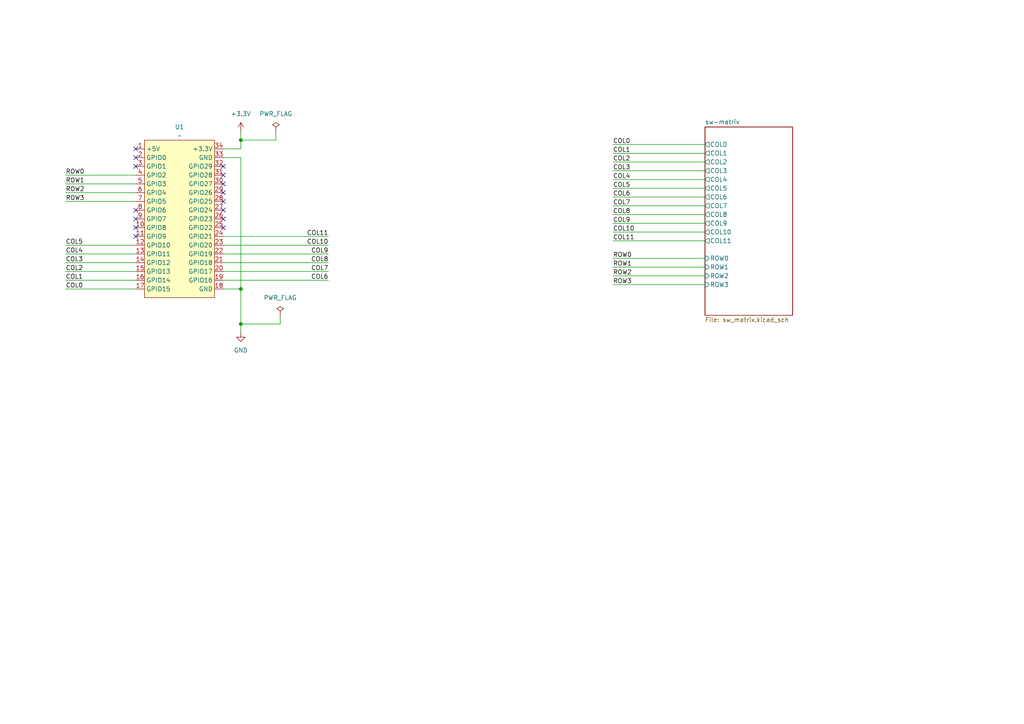
<source format=kicad_sch>
(kicad_sch (version 20231120) (generator "eeschema") (generator_version "8.0")
  (paper "A4")
  (lib_symbols
    (symbol "ae-rp2040:AE-RP2040"
      (property "Reference" "U" (at 0 24.13 0))
      (symbol "AE-RP2040_1_1"
        (rectangle (start -10.16 22.86) (end 10.16 -22.86) (fill (type background)))
        (pin power_out line (at -12.7 20.32 0) (length 2.54) (name "+5V") (number "1"))
        (pin bidirectional line (at -12.7 -2.54 0) (length 2.54) (name "GPIO8") (number "10"))
        (pin bidirectional line (at -12.7 -5.08 0) (length 2.54) (name "GPIO9") (number "11"))
        (pin bidirectional line (at -12.7 -7.62 0) (length 2.54) (name "GPIO10") (number "12"))
        (pin bidirectional line (at -12.7 -10.16 0) (length 2.54) (name "GPIO11") (number "13"))
        (pin bidirectional line (at -12.7 -12.7 0) (length 2.54) (name "GPIO12") (number "14"))
        (pin bidirectional line (at -12.7 -15.24 0) (length 2.54) (name "GPIO13") (number "15"))
        (pin bidirectional line (at -12.7 -17.78 0) (length 2.54) (name "GPIO14") (number "16"))
        (pin bidirectional line (at -12.7 -20.32 0) (length 2.54) (name "GPIO15") (number "17"))
        (pin power_in line (at 12.7 -20.32 180) (length 2.54) (name "GND") (number "18"))
        (pin bidirectional line (at 12.7 -17.78 180) (length 2.54) (name "GPIO16") (number "19"))
        (pin bidirectional line (at -12.7 17.78 0) (length 2.54) (name "GPIO0") (number "2"))
        (pin bidirectional line (at 12.7 -15.24 180) (length 2.54) (name "GPIO17") (number "20"))
        (pin bidirectional line (at 12.7 -12.7 180) (length 2.54) (name "GPIO18") (number "21"))
        (pin bidirectional line (at 12.7 -10.16 180) (length 2.54) (name "GPIO19") (number "22"))
        (pin bidirectional line (at 12.7 -7.62 180) (length 2.54) (name "GPIO20") (number "23"))
        (pin bidirectional line (at 12.7 -5.08 180) (length 2.54) (name "GPIO21") (number "24"))
        (pin bidirectional line (at 12.7 -2.54 180) (length 2.54) (name "GPIO22") (number "25"))
        (pin bidirectional line (at 12.7 0 180) (length 2.54) (name "GPIO23") (number "26"))
        (pin bidirectional line (at 12.7 2.54 180) (length 2.54) (name "GPIO24") (number "27"))
        (pin bidirectional line (at 12.7 5.08 180) (length 2.54) (name "GPIO25") (number "28"))
        (pin bidirectional line (at 12.7 7.62 180) (length 2.54) (name "GPIO26") (number "29"))
        (pin bidirectional line (at -12.7 15.24 0) (length 2.54) (name "GPIO1") (number "3"))
        (pin bidirectional line (at 12.7 10.16 180) (length 2.54) (name "GPIO27") (number "30"))
        (pin bidirectional line (at 12.7 12.7 180) (length 2.54) (name "GPIO28") (number "31"))
        (pin bidirectional line (at 12.7 15.24 180) (length 2.54) (name "GPIO29") (number "32"))
        (pin power_in line (at 12.7 17.78 180) (length 2.54) (name "GND") (number "33"))
        (pin power_out line (at 12.7 20.32 180) (length 2.54) (name "+3.3V") (number "34"))
        (pin bidirectional line (at -12.7 12.7 0) (length 2.54) (name "GPIO2") (number "4"))
        (pin bidirectional line (at -12.7 10.16 0) (length 2.54) (name "GPIO3") (number "5"))
        (pin bidirectional line (at -12.7 7.62 0) (length 2.54) (name "GPIO4") (number "6"))
        (pin bidirectional line (at -12.7 5.08 0) (length 2.54) (name "GPIO5") (number "7"))
        (pin bidirectional line (at -12.7 2.54 0) (length 2.54) (name "GPIO6") (number "8"))
        (pin bidirectional line (at -12.7 0 0) (length 2.54) (name "GPIO7") (number "9"))
      )
    )
    (symbol "power:+3.3V" (power) (pin_numbers hide) (pin_names (offset 0) hide)
      (property "Value" "+3.3V" (at 0 3.556 0))
      (symbol "+3.3V_0_1"
        (polyline (pts (xy -0.762 1.27) (xy 0 2.54)))
        (polyline (pts (xy 0 0) (xy 0 2.54)))
        (polyline (pts (xy 0 2.54) (xy 0.762 1.27)))
      )
      (symbol "+3.3V_1_1"
        (pin power_in line (at 0 0 90) (length 0) (name "~") (number "1"))
      )
    )
    (symbol "power:GND" (power) (pin_numbers hide) (pin_names (offset 0) hide)
      (property "Value" "GND" (at 0 -3.81 0))
      (symbol "GND_0_1"
        (polyline (pts (xy 0 0) (xy 0 -1.27) (xy 1.27 -1.27) (xy 0 -2.54) (xy -1.27 -1.27) (xy 0 -1.27)))
      )
      (symbol "GND_1_1"
        (pin power_in line (at 0 0 270) (length 0) (name "~") (number "1"))
      )
    )
    (symbol "power:PWR_FLAG" (power) (pin_numbers hide) (pin_names (offset 0) hide)
      (property "Value" "PWR_FLAG" (at 0 3.81 0))
      (symbol "PWR_FLAG_0_0"
        (pin power_out line (at 0 0 90) (length 0) (name "~") (number "1"))
      )
      (symbol "PWR_FLAG_0_1"
        (polyline (pts (xy 0 0) (xy 0 1.27) (xy -1.016 1.905) (xy 0 2.54) (xy 1.016 1.905) (xy 0 1.27)))
      )
    )
  )
  (junction (at 69.85 83.82))
  (junction (at 69.85 40.64))
  (junction (at 69.85 93.98))
  (no_connect (at 39.37 66.04))
  (no_connect (at 39.37 48.26))
  (no_connect (at 64.77 50.8))
  (no_connect (at 39.37 63.5))
  (no_connect (at 39.37 43.18))
  (no_connect (at 64.77 53.34))
  (no_connect (at 64.77 48.26))
  (no_connect (at 64.77 58.42))
  (no_connect (at 64.77 66.04))
  (no_connect (at 64.77 55.88))
  (no_connect (at 39.37 45.72))
  (no_connect (at 39.37 60.96))
  (no_connect (at 64.77 63.5))
  (no_connect (at 64.77 60.96))
  (no_connect (at 39.37 68.58))
  (wire (pts (xy 19.05 50.8) (xy 39.37 50.8)))
  (wire (pts (xy 19.05 76.2) (xy 39.37 76.2)))
  (wire (pts (xy 177.8 62.23) (xy 204.47 62.23)))
  (wire (pts (xy 69.85 38.1) (xy 69.85 40.64)))
  (wire (pts (xy 69.85 83.82) (xy 69.85 93.98)))
  (wire (pts (xy 64.77 45.72) (xy 69.85 45.72)))
  (wire (pts (xy 64.77 73.66) (xy 95.25 73.66)))
  (wire (pts (xy 177.8 49.53) (xy 204.47 49.53)))
  (wire (pts (xy 177.8 57.15) (xy 204.47 57.15)))
  (wire (pts (xy 69.85 40.64) (xy 80.01 40.64)))
  (wire (pts (xy 64.77 78.74) (xy 95.25 78.74)))
  (wire (pts (xy 177.8 59.69) (xy 204.47 59.69)))
  (wire (pts (xy 69.85 45.72) (xy 69.85 83.82)))
  (wire (pts (xy 19.05 83.82) (xy 39.37 83.82)))
  (wire (pts (xy 177.8 41.91) (xy 204.47 41.91)))
  (wire (pts (xy 177.8 44.45) (xy 204.47 44.45)))
  (wire (pts (xy 177.8 46.99) (xy 204.47 46.99)))
  (wire (pts (xy 19.05 71.12) (xy 39.37 71.12)))
  (wire (pts (xy 64.77 81.28) (xy 95.25 81.28)))
  (wire (pts (xy 177.8 77.47) (xy 204.47 77.47)))
  (wire (pts (xy 80.01 38.1) (xy 80.01 40.64)))
  (wire (pts (xy 69.85 40.64) (xy 69.85 43.18)))
  (wire (pts (xy 19.05 53.34) (xy 39.37 53.34)))
  (wire (pts (xy 177.8 74.93) (xy 204.47 74.93)))
  (wire (pts (xy 69.85 43.18) (xy 64.77 43.18)))
  (wire (pts (xy 19.05 73.66) (xy 39.37 73.66)))
  (wire (pts (xy 69.85 93.98) (xy 81.28 93.98)))
  (wire (pts (xy 64.77 71.12) (xy 95.25 71.12)))
  (wire (pts (xy 177.8 67.31) (xy 204.47 67.31)))
  (wire (pts (xy 64.77 83.82) (xy 69.85 83.82)))
  (wire (pts (xy 177.8 52.07) (xy 204.47 52.07)))
  (wire (pts (xy 19.05 81.28) (xy 39.37 81.28)))
  (wire (pts (xy 177.8 82.55) (xy 204.47 82.55)))
  (wire (pts (xy 177.8 80.01) (xy 204.47 80.01)))
  (wire (pts (xy 19.05 58.42) (xy 39.37 58.42)))
  (wire (pts (xy 69.85 93.98) (xy 69.85 96.52)))
  (wire (pts (xy 177.8 69.85) (xy 204.47 69.85)))
  (wire (pts (xy 177.8 64.77) (xy 204.47 64.77)))
  (wire (pts (xy 64.77 68.58) (xy 95.25 68.58)))
  (wire (pts (xy 19.05 78.74) (xy 39.37 78.74)))
  (wire (pts (xy 177.8 54.61) (xy 204.47 54.61)))
  (wire (pts (xy 19.05 55.88) (xy 39.37 55.88)))
  (wire (pts (xy 64.77 76.2) (xy 95.25 76.2)))
  (wire (pts (xy 81.28 91.44) (xy 81.28 93.98)))
  (label "COL5" (at 177.8 54.61 0))
  (label "ROW3" (at 177.8 82.55 0))
  (label "COL9" (at 95.25 73.66 180))
  (label "COL11" (at 177.8 69.85 0))
  (label "COL5" (at 19.05 71.12 0))
  (label "ROW2" (at 177.8 80.01 0))
  (label "COL8" (at 95.25 76.2 180))
  (label "COL10" (at 95.25 71.12 180))
  (label "COL11" (at 95.25 68.58 180))
  (label "ROW3" (at 19.05 58.42 0))
  (label "ROW0" (at 19.05 50.8 0))
  (label "ROW1" (at 19.05 53.34 0))
  (label "COL7" (at 95.25 78.74 180))
  (label "COL4" (at 19.05 73.66 0))
  (label "COL1" (at 177.8 44.45 0))
  (label "COL6" (at 95.25 81.28 180))
  (label "COL1" (at 19.05 81.28 0))
  (label "ROW2" (at 19.05 55.88 0))
  (label "COL9" (at 177.8 64.77 0))
  (label "COL2" (at 19.05 78.74 0))
  (label "COL7" (at 177.8 59.69 0))
  (label "COL3" (at 19.05 76.2 0))
  (label "COL10" (at 177.8 67.31 0))
  (label "ROW0" (at 177.8 74.93 0))
  (label "COL4" (at 177.8 52.07 0))
  (label "COL2" (at 177.8 46.99 0))
  (label "COL0" (at 177.8 41.91 0))
  (label "COL3" (at 177.8 49.53 0))
  (label "COL0" (at 19.05 83.82 0))
  (label "COL8" (at 177.8 62.23 0))
  (label "COL6" (at 177.8 57.15 0))
  (label "ROW1" (at 177.8 77.47 0))
  (symbol (lib_id "power:+3.3V") (at 69.85 38.1 0) (unit 1)
    (property "Reference" "#PWR01" (effects (hide yes)))
    (property "Value" "+3.3V" (at 69.85 33.02 0))
    (property "Description" "Power symbol creates a global label with name \"+3.3V\"" (effects (hide yes)))
  )
  (symbol (lib_id "power:PWR_FLAG") (at 81.28 91.44 0) (unit 1)
    (property "Reference" "#FLG02" (effects (hide yes)))
    (property "Value" "PWR_FLAG" (at 81.28 86.36 0))
    (property "Description" "Special symbol for telling ERC where power comes from" (effects (hide yes)))
  )
  (symbol (lib_id "power:GND") (at 69.85 96.52 0) (unit 1)
    (property "Reference" "#PWR02" (effects (hide yes)))
    (property "Value" "GND" (at 69.85 101.6 0))
    (property "Description" "Power symbol creates a global label with name \"GND\" , ground" (effects (hide yes)))
  )
  (symbol (lib_id "ae-rp2040:AE-RP2040") (at 52.07 63.5 0) (unit 1)
    (property "Reference" "U1" (at 52.07 36.83 0))
    (property "Value" "~" (at 52.07 39.37 0))
    (property "Footprint" "ae-rp2040:AE-RP2040" (effects (hide yes)))
  )
  (symbol (lib_id "power:PWR_FLAG") (at 80.01 38.1 0) (unit 1)
    (property "Reference" "#FLG01" (effects (hide yes)))
    (property "Value" "PWR_FLAG" (at 80.01 33.02 0))
    (property "Description" "Special symbol for telling ERC where power comes from" (effects (hide yes)))
  )
  (sheet (at 204.47 36.83) (size 25.4 54.61) (stroke (width 0.1524))
    (property "Sheetname" "sw-matrix" (at 204.47 36.1184 0) (effects (justify left bottom)))
    (property "Sheetfile" "sw_matrix.kicad_sch" (at 204.47 92.0246 0) (effects (justify left top)))
    (pin "COL1" output (at 204.47 44.45 180))
    (pin "COL2" output (at 204.47 46.99 180))
    (pin "COL0" output (at 204.47 41.91 180))
    (pin "ROW0" input (at 204.47 74.93 180))
    (pin "ROW1" input (at 204.47 77.47 180))
    (pin "ROW2" input (at 204.47 80.01 180))
    (pin "ROW3" input (at 204.47 82.55 180))
    (pin "COL4" output (at 204.47 52.07 180))
    (pin "COL3" output (at 204.47 49.53 180))
    (pin "COL8" output (at 204.47 62.23 180))
    (pin "COL9" output (at 204.47 64.77 180))
    (pin "COL11" output (at 204.47 69.85 180))
    (pin "COL10" output (at 204.47 67.31 180))
    (pin "COL7" output (at 204.47 59.69 180))
    (pin "COL6" output (at 204.47 57.15 180))
    (pin "COL5" output (at 204.47 54.61 180))
  )
)
</source>
